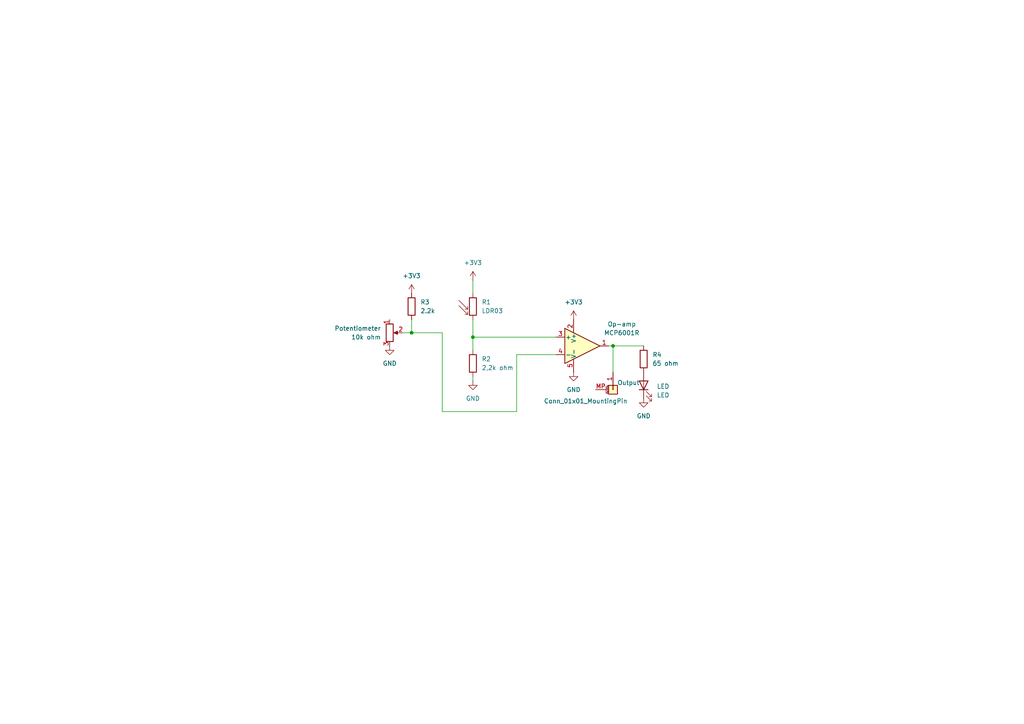
<source format=kicad_sch>
(kicad_sch (version 20231120) (generator "eeschema") (generator_version "8.0")
  (paper "A4")
  (lib_symbols
    (symbol "Amplifier_Operational:MCP6001R" (pin_names (offset 0.127))
      (property "Reference" "U" (at 0 5.08 0))
      (property "Value" "MCP6001R" (at 0 -5.08 0))
      (symbol "MCP6001R_0_1"
        (polyline (pts (xy -5.08 5.08) (xy 5.08 0) (xy -5.08 -5.08) (xy -5.08 5.08)) (stroke (width 0.254)) (fill (type background)))
      )
      (symbol "MCP6001R_1_1"
        (pin output line (at 7.62 0 180) (length 2.54) (name "~") (number "1"))
        (pin power_in line (at -2.54 7.62 270) (length 3.81) (name "V+") (number "2"))
        (pin input line (at -7.62 2.54 0) (length 2.54) (name "+") (number "3"))
        (pin input line (at -7.62 -2.54 0) (length 2.54) (name "-") (number "4"))
        (pin power_in line (at -2.54 -7.62 90) (length 3.81) (name "V-") (number "5"))
      )
    )
    (symbol "Connector_Generic_MountingPin:Conn_01x01_MountingPin" (pin_names (offset 1.016) hide)
      (property "Reference" "J" (at 0 2.54 0))
      (property "Value" "Conn_01x01_MountingPin" (at 1.27 -2.54 0))
      (symbol "Conn_01x01_MountingPin_1_1"
        (rectangle (start -1.27 0.127) (end 0 -0.127) (stroke (width 0.1524)))
        (rectangle (start -1.27 1.27) (end 1.27 -1.27) (stroke (width 0.254)) (fill (type background)))
        (polyline (pts (xy -1.016 -2.032) (xy 1.016 -2.032)) (stroke (width 0.1524)))
        (text "Mounting" (at 0 -1.651 0) (effects (font (size 0.381 0.381))))
        (pin passive line (at -5.08 0 0) (length 3.81) (name "Pin_1") (number "1"))
        (pin passive line (at 0 -5.08 90) (length 3.048) (name "MountPin") (number "MP"))
      )
    )
    (symbol "Device:LED" (pin_numbers hide) (pin_names (offset 1.016) hide)
      (property "Reference" "D" (at 0 2.54 0))
      (property "Value" "LED" (at 0 -2.54 0))
      (symbol "LED_0_1"
        (polyline (pts (xy -1.27 -1.27) (xy -1.27 1.27)) (stroke (width 0.254)))
        (polyline (pts (xy -1.27 0) (xy 1.27 0)))
        (polyline (pts (xy 1.27 -1.27) (xy 1.27 1.27) (xy -1.27 0) (xy 1.27 -1.27)) (stroke (width 0.254)))
        (polyline (pts (xy -3.048 -0.762) (xy -4.572 -2.286) (xy -3.81 -2.286) (xy -4.572 -2.286) (xy -4.572 -1.524)))
        (polyline (pts (xy -1.778 -0.762) (xy -3.302 -2.286) (xy -2.54 -2.286) (xy -3.302 -2.286) (xy -3.302 -1.524)))
      )
      (symbol "LED_1_1"
        (pin passive line (at -3.81 0 0) (length 2.54) (name "K") (number "1"))
        (pin passive line (at 3.81 0 180) (length 2.54) (name "A") (number "2"))
      )
    )
    (symbol "Device:R" (pin_numbers hide) (pin_names (offset 0))
      (property "Reference" "R" (at 2.032 0 90))
      (property "Value" "R" (at 0 0 90))
      (symbol "R_0_1"
        (rectangle (start -1.016 -2.54) (end 1.016 2.54) (stroke (width 0.254)))
      )
      (symbol "R_1_1"
        (pin passive line (at 0 3.81 270) (length 1.27) (name "~") (number "1"))
        (pin passive line (at 0 -3.81 90) (length 1.27) (name "~") (number "2"))
      )
    )
    (symbol "Device:R_Potentiometer" (pin_names (offset 1.016) hide)
      (property "Reference" "RV" (at -4.445 0 90))
      (property "Value" "R_Potentiometer" (at -2.54 0 90))
      (symbol "R_Potentiometer_0_1"
        (polyline (pts (xy 2.54 0) (xy 1.524 0)))
        (polyline (pts (xy 1.143 0) (xy 2.286 0.508) (xy 2.286 -0.508) (xy 1.143 0)) (fill (type outline)))
        (rectangle (start 1.016 2.54) (end -1.016 -2.54) (stroke (width 0.254)))
      )
      (symbol "R_Potentiometer_1_1"
        (pin passive line (at 0 3.81 270) (length 1.27) (name "1") (number "1"))
        (pin passive line (at 3.81 0 180) (length 1.27) (name "2") (number "2"))
        (pin passive line (at 0 -3.81 90) (length 1.27) (name "3") (number "3"))
      )
    )
    (symbol "Sensor_Optical:LDR03" (pin_numbers hide) (pin_names (offset 0))
      (property "Reference" "R" (at -5.08 0 90))
      (property "Value" "LDR03" (at 1.905 0 90))
      (symbol "LDR03_0_1"
        (rectangle (start -1.016 2.54) (end 1.016 -2.54) (stroke (width 0.254)))
        (polyline (pts (xy -1.524 -2.286) (xy -4.064 0.254)))
        (polyline (pts (xy -1.524 -2.286) (xy -2.286 -2.286)))
        (polyline (pts (xy -1.524 -2.286) (xy -1.524 -1.524)))
        (polyline (pts (xy -1.524 -0.762) (xy -4.064 1.778)))
        (polyline (pts (xy -1.524 -0.762) (xy -2.286 -0.762)))
        (polyline (pts (xy -1.524 -0.762) (xy -1.524 0)))
      )
      (symbol "LDR03_1_1"
        (pin passive line (at 0 3.81 270) (length 1.27) (name "~") (number "1"))
        (pin passive line (at 0 -3.81 90) (length 1.27) (name "~") (number "2"))
      )
    )
    (symbol "power:+3V3" (power) (pin_numbers hide) (pin_names (offset 0) hide)
      (property "Value" "+3V3" (at 0 3.556 0))
      (symbol "+3V3_0_1"
        (polyline (pts (xy -0.762 1.27) (xy 0 2.54)))
        (polyline (pts (xy 0 0) (xy 0 2.54)))
        (polyline (pts (xy 0 2.54) (xy 0.762 1.27)))
      )
      (symbol "+3V3_1_1"
        (pin power_in line (at 0 0 90) (length 0) (name "~") (number "1"))
      )
    )
    (symbol "power:GND" (power) (pin_numbers hide) (pin_names (offset 0) hide)
      (property "Value" "GND" (at 0 -3.81 0))
      (symbol "GND_0_1"
        (polyline (pts (xy 0 0) (xy 0 -1.27) (xy 1.27 -1.27) (xy 0 -2.54) (xy -1.27 -1.27) (xy 0 -1.27)))
      )
      (symbol "GND_1_1"
        (pin power_in line (at 0 0 270) (length 0) (name "~") (number "1"))
      )
    )
  )
  (junction (at 119.38 96.52))
  (junction (at 137.16 97.79))
  (junction (at 177.8 100.33))
  (wire (pts (xy 137.16 97.79) (xy 161.29 97.79)))
  (wire (pts (xy 149.86 119.38) (xy 149.86 102.87)))
  (wire (pts (xy 176.53 100.33) (xy 177.8 100.33)))
  (wire (pts (xy 137.16 97.79) (xy 137.16 101.6)))
  (wire (pts (xy 119.38 92.71) (xy 119.38 96.52)))
  (wire (pts (xy 116.84 96.52) (xy 119.38 96.52)))
  (wire (pts (xy 128.27 119.38) (xy 149.86 119.38)))
  (wire (pts (xy 128.27 96.52) (xy 128.27 119.38)))
  (wire (pts (xy 149.86 102.87) (xy 161.29 102.87)))
  (wire (pts (xy 137.16 109.22) (xy 137.16 110.49)))
  (wire (pts (xy 177.8 100.33) (xy 186.69 100.33)))
  (wire (pts (xy 137.16 81.28) (xy 137.16 85.09)))
  (wire (pts (xy 137.16 92.71) (xy 137.16 97.79)))
  (wire (pts (xy 177.8 100.33) (xy 177.8 107.95)))
  (wire (pts (xy 119.38 96.52) (xy 128.27 96.52)))
  (symbol (lib_id "Device:R") (at 137.16 105.41 0) (unit 1)
    (property "Reference" "R2" (at 139.7 104.1399 0) (effects (justify left)))
    (property "Value" "2,2k ohm" (at 139.7 106.6799 0) (effects (justify left)))
    (property "Footprint" "Resistor_THT:R_Axial_DIN0309_L9.0mm_D3.2mm_P20.32mm_Horizontal" (effects (hide yes)))
    (property "Description" "Resistor" (effects (hide yes)))
  )
  (symbol (lib_id "power:+3V3") (at 119.38 85.09 0) (unit 1)
    (property "Reference" "#PWR03" (effects (hide yes)))
    (property "Value" "+3V3" (at 119.38 80.01 0))
    (property "Description" "Power symbol creates a global label with name \"+3V3\"" (effects (hide yes)))
  )
  (symbol (lib_id "power:GND") (at 137.16 110.49 0) (unit 1)
    (property "Reference" "#PWR01" (effects (hide yes)))
    (property "Value" "GND" (at 137.16 115.57 0))
    (property "Description" "Power symbol creates a global label with name \"GND\" , ground" (effects (hide yes)))
  )
  (symbol (lib_id "Connector_Generic_MountingPin:Conn_01x01_MountingPin") (at 177.8 113.03 270) (unit 1)
    (property "Reference" "Output" (at 179.07 110.998 90) (effects (justify left)))
    (property "Value" "Conn_01x01_MountingPin" (at 157.734 116.332 90) (effects (justify left)))
    (property "Footprint" "Connector_PinSocket_2.54mm:PinSocket_1x01_P2.54mm_Vertical" (effects (hide yes)))
    (property "Description" "Generic connectable mounting pin connector, single row, 01x01, script generated (kicad-library-utils/schlib/autogen/connector/)" (effects (hide yes)))
  )
  (symbol (lib_id "power:GND") (at 113.03 100.33 0) (unit 1)
    (property "Reference" "#PWR04" (effects (hide yes)))
    (property "Value" "GND" (at 113.03 105.41 0))
    (property "Description" "Power symbol creates a global label with name \"GND\" , ground" (effects (hide yes)))
  )
  (symbol (lib_id "Device:R_Potentiometer") (at 113.03 96.52 0) (unit 1)
    (property "Reference" "Potentiometer" (at 110.49 95.2499 0) (effects (justify right)))
    (property "Value" "10k ohm" (at 110.49 97.7899 0) (effects (justify right)))
    (property "Footprint" "Potentiometer_THT:Potentiometer_Alps_RK09Y11_Single_Horizontal" (effects (hide yes)))
    (property "Description" "Potentiometer" (effects (hide yes)))
  )
  (symbol (lib_id "power:+3V3") (at 166.37 92.71 0) (unit 1)
    (property "Reference" "#PWR05" (effects (hide yes)))
    (property "Value" "+3V3" (at 166.37 87.63 0))
    (property "Description" "Power symbol creates a global label with name \"+3V3\"" (effects (hide yes)))
  )
  (symbol (lib_id "Device:LED") (at 186.69 111.76 90) (unit 1)
    (property "Reference" "LED" (at 190.5 112.0774 90) (effects (justify right)))
    (property "Value" "LED" (at 190.5 114.6174 90) (effects (justify right)))
    (property "Footprint" "LED_THT:LED_D1.8mm_W1.8mm_H2.4mm_Horizontal_O3.81mm_Z1.6mm" (effects (hide yes)))
    (property "Description" "Light emitting diode" (effects (hide yes)))
  )
  (symbol (lib_id "power:GND") (at 166.37 107.95 0) (unit 1)
    (property "Reference" "#PWR06" (effects (hide yes)))
    (property "Value" "GND" (at 166.37 113.03 0))
    (property "Description" "Power symbol creates a global label with name \"GND\" , ground" (effects (hide yes)))
  )
  (symbol (lib_id "Device:R") (at 186.69 104.14 0) (unit 1)
    (property "Reference" "R4" (at 189.23 102.8699 0) (effects (justify left)))
    (property "Value" "65 ohm" (at 189.23 105.4099 0) (effects (justify left)))
    (property "Footprint" "Resistor_THT:R_Axial_DIN0309_L9.0mm_D3.2mm_P20.32mm_Horizontal" (effects (hide yes)))
    (property "Description" "Resistor" (effects (hide yes)))
  )
  (symbol (lib_id "power:+3V3") (at 137.16 81.28 0) (unit 1)
    (property "Reference" "#PWR02" (effects (hide yes)))
    (property "Value" "+3V3" (at 137.16 76.2 0))
    (property "Description" "Power symbol creates a global label with name \"+3V3\"" (effects (hide yes)))
  )
  (symbol (lib_id "Amplifier_Operational:MCP6001R") (at 168.91 100.33 0) (unit 1)
    (property "Reference" "Op-amp" (at 180.34 94.0114 0))
    (property "Value" "MCP6001R" (at 180.34 96.5514 0))
    (property "Footprint" "Package_DIP:DIP-4_W7.62mm" (effects (hide yes)))
    (property "Datasheet" "https://ww1.microchip.com/downloads/en/DeviceDoc/MCP6001-1R-1U-2-4-1-MHz-Low-Power-Op-Amp-DS20001733L.pdf" (effects (hide yes)))
    (property "Description" "1MHz, Low-Power Op Amp, SOT-23-5" (effects (hide yes)))
  )
  (symbol (lib_id "Device:R") (at 119.38 88.9 0) (unit 1)
    (property "Reference" "R3" (at 121.92 87.6299 0) (effects (justify left)))
    (property "Value" "2.2k" (at 121.92 90.1699 0) (effects (justify left)))
    (property "Footprint" "Resistor_THT:R_Axial_DIN0309_L9.0mm_D3.2mm_P20.32mm_Horizontal" (effects (hide yes)))
    (property "Description" "Resistor" (effects (hide yes)))
  )
  (symbol (lib_id "Sensor_Optical:LDR03") (at 137.16 88.9 0) (unit 1)
    (property "Reference" "R1" (at 139.7 87.6299 0) (effects (justify left)))
    (property "Value" "LDR03" (at 139.7 90.1699 0) (effects (justify left)))
    (property "Footprint" "Connector_PinSocket_2.54mm:PinSocket_1x02_P2.54mm_Vertical" (effects (hide yes)))
    (property "Datasheet" "http://www.elektronica-componenten.nl/WebRoot/StoreNL/Shops/61422969/54F1/BA0C/C664/31B9/2173/C0A8/2AB9/2AEF/LDR03IMP.pdf" (effects (hide yes)))
    (property "Description" "light dependent resistor" (effects (hide yes)))
  )
  (symbol (lib_id "power:GND") (at 186.69 115.57 0) (unit 1)
    (property "Reference" "#PWR07" (effects (hide yes)))
    (property "Value" "GND" (at 186.69 120.65 0))
    (property "Description" "Power symbol creates a global label with name \"GND\" , ground" (effects (hide yes)))
  )
)
</source>
